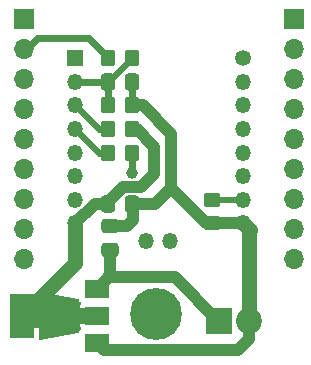
<source format=gtl>
G04 #@! TF.GenerationSoftware,KiCad,Pcbnew,(6.0.2)*
G04 #@! TF.CreationDate,2022-09-29T23:54:57+02:00*
G04 #@! TF.ProjectId,ESPBreakoutBoard-Min-Cutout,45535042-7265-4616-9b6f-7574426f6172,rev?*
G04 #@! TF.SameCoordinates,Original*
G04 #@! TF.FileFunction,Copper,L1,Top*
G04 #@! TF.FilePolarity,Positive*
%FSLAX46Y46*%
G04 Gerber Fmt 4.6, Leading zero omitted, Abs format (unit mm)*
G04 Created by KiCad (PCBNEW (6.0.2)) date 2022-09-29 23:54:57*
%MOMM*%
%LPD*%
G01*
G04 APERTURE LIST*
G04 Aperture macros list*
%AMRoundRect*
0 Rectangle with rounded corners*
0 $1 Rounding radius*
0 $2 $3 $4 $5 $6 $7 $8 $9 X,Y pos of 4 corners*
0 Add a 4 corners polygon primitive as box body*
4,1,4,$2,$3,$4,$5,$6,$7,$8,$9,$2,$3,0*
0 Add four circle primitives for the rounded corners*
1,1,$1+$1,$2,$3*
1,1,$1+$1,$4,$5*
1,1,$1+$1,$6,$7*
1,1,$1+$1,$8,$9*
0 Add four rect primitives between the rounded corners*
20,1,$1+$1,$2,$3,$4,$5,0*
20,1,$1+$1,$4,$5,$6,$7,0*
20,1,$1+$1,$6,$7,$8,$9,0*
20,1,$1+$1,$8,$9,$2,$3,0*%
G04 Aperture macros list end*
G04 #@! TA.AperFunction,SMDPad,CuDef*
%ADD10RoundRect,0.250000X-0.337500X-0.475000X0.337500X-0.475000X0.337500X0.475000X-0.337500X0.475000X0*%
G04 #@! TD*
G04 #@! TA.AperFunction,SMDPad,CuDef*
%ADD11RoundRect,0.249999X-0.450001X0.350001X-0.450001X-0.350001X0.450001X-0.350001X0.450001X0.350001X0*%
G04 #@! TD*
G04 #@! TA.AperFunction,SMDPad,CuDef*
%ADD12RoundRect,0.249999X-0.350001X-0.450001X0.350001X-0.450001X0.350001X0.450001X-0.350001X0.450001X0*%
G04 #@! TD*
G04 #@! TA.AperFunction,SMDPad,CuDef*
%ADD13RoundRect,0.249999X0.350001X0.450001X-0.350001X0.450001X-0.350001X-0.450001X0.350001X-0.450001X0*%
G04 #@! TD*
G04 #@! TA.AperFunction,SMDPad,CuDef*
%ADD14R,2.000000X1.500000*%
G04 #@! TD*
G04 #@! TA.AperFunction,SMDPad,CuDef*
%ADD15R,2.000000X3.800000*%
G04 #@! TD*
G04 #@! TA.AperFunction,ComponentPad*
%ADD16R,2.200000X2.200000*%
G04 #@! TD*
G04 #@! TA.AperFunction,ComponentPad*
%ADD17C,2.200000*%
G04 #@! TD*
G04 #@! TA.AperFunction,SMDPad,CuDef*
%ADD18RoundRect,0.250275X0.474725X-0.337225X0.474725X0.337225X-0.474725X0.337225X-0.474725X-0.337225X0*%
G04 #@! TD*
G04 #@! TA.AperFunction,SMDPad,CuDef*
%ADD19RoundRect,0.250000X0.475000X-0.337500X0.475000X0.337500X-0.475000X0.337500X-0.475000X-0.337500X0*%
G04 #@! TD*
G04 #@! TA.AperFunction,ComponentPad*
%ADD20R,1.350000X1.350000*%
G04 #@! TD*
G04 #@! TA.AperFunction,ComponentPad*
%ADD21O,1.350000X1.350000*%
G04 #@! TD*
G04 #@! TA.AperFunction,ComponentPad*
%ADD22C,1.350000*%
G04 #@! TD*
G04 #@! TA.AperFunction,ComponentPad*
%ADD23R,1.700000X1.700000*%
G04 #@! TD*
G04 #@! TA.AperFunction,ComponentPad*
%ADD24O,1.700000X1.700000*%
G04 #@! TD*
G04 #@! TA.AperFunction,ComponentPad*
%ADD25C,0.700000*%
G04 #@! TD*
G04 #@! TA.AperFunction,ComponentPad*
%ADD26C,4.400000*%
G04 #@! TD*
G04 #@! TA.AperFunction,ViaPad*
%ADD27C,1.000000*%
G04 #@! TD*
G04 #@! TA.AperFunction,Conductor*
%ADD28C,1.000000*%
G04 #@! TD*
G04 #@! TA.AperFunction,Conductor*
%ADD29C,0.600000*%
G04 #@! TD*
G04 #@! TA.AperFunction,Conductor*
%ADD30C,1.300000*%
G04 #@! TD*
G04 #@! TA.AperFunction,Conductor*
%ADD31C,0.500000*%
G04 #@! TD*
G04 APERTURE END LIST*
D10*
X145762500Y-83150000D03*
X147837500Y-83150000D03*
X145762500Y-72800000D03*
X147837500Y-72800000D03*
D11*
X154600000Y-82800000D03*
X154600000Y-84800000D03*
D12*
X145800000Y-70800000D03*
X147800000Y-70800000D03*
X145800000Y-74800000D03*
X147800000Y-74800000D03*
D13*
X147800000Y-78800000D03*
X145800000Y-78800000D03*
X147800000Y-76800000D03*
X145800000Y-76800000D03*
D14*
X144800000Y-94942932D03*
D15*
X138500000Y-92642932D03*
D14*
X144800000Y-92642932D03*
X144800000Y-90342932D03*
D16*
X155200000Y-93100000D03*
D17*
X157740000Y-93100000D03*
D18*
X145900000Y-87087500D03*
D19*
X145900000Y-85012500D03*
D20*
X143000000Y-70800000D03*
D21*
X143000000Y-72800000D03*
X143000000Y-74800000D03*
X143000000Y-76800000D03*
X143000000Y-78800000D03*
X143000000Y-80800000D03*
X143000000Y-82800000D03*
X143000000Y-84800000D03*
X149000000Y-86300000D03*
X151000000Y-86300000D03*
X157200000Y-84800000D03*
X157200000Y-82800000D03*
X157200000Y-80800000D03*
X157200000Y-78800000D03*
X157200000Y-76800000D03*
X157200000Y-74800000D03*
X157200000Y-72800000D03*
D22*
X157200000Y-70800000D03*
D23*
X138620000Y-67450000D03*
D24*
X138620000Y-69990000D03*
X138620000Y-72530000D03*
X138620000Y-75070000D03*
X138620000Y-77610000D03*
X138620000Y-80150000D03*
X138620000Y-82690000D03*
X138620000Y-85230000D03*
X138620000Y-87770000D03*
D23*
X161480000Y-67450000D03*
D24*
X161480000Y-69990000D03*
X161480000Y-72530000D03*
X161480000Y-75070000D03*
X161480000Y-77610000D03*
X161480000Y-80150000D03*
X161480000Y-82690000D03*
X161480000Y-85230000D03*
X161480000Y-87770000D03*
D25*
X150966726Y-93606726D03*
X151450000Y-92440000D03*
X148633274Y-93606726D03*
X150966726Y-91273274D03*
X148150000Y-92440000D03*
X149800000Y-94090000D03*
X148633274Y-91273274D03*
X149800000Y-90790000D03*
D26*
X149800000Y-92440000D03*
D27*
X147800000Y-80500000D03*
D28*
X154600000Y-84800000D02*
X157200000Y-84800000D01*
X148700000Y-74800000D02*
X151100000Y-77200000D01*
X154100000Y-84800000D02*
X154600000Y-84800000D01*
X147850000Y-84500000D02*
X147850000Y-83162500D01*
X157740000Y-94560000D02*
X157740000Y-93100000D01*
X147800000Y-74800000D02*
X147943520Y-74800000D01*
D29*
X147837500Y-74762500D02*
X147800000Y-74800000D01*
D28*
X149750000Y-83150000D02*
X147837500Y-83150000D01*
D30*
X157740000Y-93100000D02*
X157740000Y-85360000D01*
X157750000Y-85350000D02*
X157740000Y-85360000D01*
X157200000Y-84800000D02*
X157750000Y-85350000D01*
D28*
X151100000Y-77200000D02*
X151100000Y-81800000D01*
D29*
X147837500Y-72800000D02*
X147837500Y-74762500D01*
D28*
X151100000Y-81800000D02*
X149750000Y-83150000D01*
X147800000Y-74800000D02*
X148700000Y-74800000D01*
X156750000Y-95550000D02*
X157740000Y-94560000D01*
X145900000Y-85012500D02*
X147337500Y-85012500D01*
X144800000Y-94942932D02*
X145407068Y-95550000D01*
X151100000Y-81800000D02*
X154100000Y-84800000D01*
X147337500Y-85012500D02*
X147850000Y-84500000D01*
X145407068Y-95550000D02*
X156750000Y-95550000D01*
X148200000Y-76800000D02*
X149700000Y-78300000D01*
X149700000Y-80593784D02*
X148568304Y-81725480D01*
X145762500Y-83150000D02*
X144650000Y-83150000D01*
D30*
X143000000Y-84800000D02*
X143000000Y-88142932D01*
D28*
X147800000Y-76800000D02*
X148200000Y-76800000D01*
X148568304Y-81725480D02*
X147024520Y-81725480D01*
X149700000Y-78300000D02*
X149700000Y-80593784D01*
X144650000Y-83150000D02*
X143000000Y-84800000D01*
X145762500Y-82987500D02*
X145762500Y-83150000D01*
X147024520Y-81725480D02*
X145762500Y-82987500D01*
D30*
X143000000Y-88142932D02*
X138500000Y-92642932D01*
D28*
X145762500Y-89342932D02*
X145762500Y-89380432D01*
X145750000Y-89330432D02*
X145762500Y-89342932D01*
X145900000Y-87087500D02*
X145900000Y-89180432D01*
X145900000Y-89180432D02*
X145750000Y-89330432D01*
X145762500Y-89380432D02*
X144800000Y-90342932D01*
X151400000Y-89342932D02*
X155200000Y-93142932D01*
X145762500Y-89342932D02*
X151400000Y-89342932D01*
D29*
X145000000Y-76800000D02*
X143000000Y-74800000D01*
X145800000Y-76800000D02*
X145000000Y-76800000D01*
X145762500Y-74762500D02*
X145800000Y-74800000D01*
X145762500Y-72800000D02*
X143000000Y-72800000D01*
X145800000Y-72800000D02*
X147800000Y-70800000D01*
X145762500Y-72800000D02*
X145800000Y-72800000D01*
X145762500Y-72800000D02*
X145762500Y-74762500D01*
X138620000Y-69990000D02*
X138900000Y-69990000D01*
X138900000Y-69990000D02*
X139749999Y-69140001D01*
X144140001Y-69140001D02*
X145800000Y-70800000D01*
X139749999Y-69140001D02*
X144140001Y-69140001D01*
X145800000Y-78800000D02*
X145000000Y-78800000D01*
X145000000Y-78800000D02*
X143000000Y-76800000D01*
X147800000Y-80500000D02*
X147800000Y-78800000D01*
D31*
X157200000Y-82800000D02*
X154600000Y-82800000D01*
G04 #@! TA.AperFunction,Conductor*
G36*
X143226575Y-91186672D02*
G01*
X143289993Y-91218580D01*
X143321927Y-91266393D01*
X143349385Y-91339637D01*
X143436739Y-91456193D01*
X143455170Y-91470006D01*
X143497683Y-91526865D01*
X143502708Y-91597684D01*
X143481537Y-91644895D01*
X143467857Y-91663723D01*
X143419336Y-91758950D01*
X143413284Y-91777577D01*
X143400775Y-91856559D01*
X143400000Y-91866405D01*
X143400000Y-91924817D01*
X143404475Y-91940056D01*
X143405865Y-91941261D01*
X143413548Y-91942932D01*
X145374000Y-91942932D01*
X145442121Y-91962934D01*
X145488614Y-92016590D01*
X145500000Y-92068932D01*
X145500000Y-93216932D01*
X145479998Y-93285053D01*
X145426342Y-93331546D01*
X145374000Y-93342932D01*
X143418116Y-93342932D01*
X143402877Y-93347407D01*
X143401672Y-93348797D01*
X143400001Y-93356480D01*
X143400001Y-93419457D01*
X143400776Y-93429306D01*
X143413283Y-93508283D01*
X143419338Y-93526918D01*
X143467857Y-93622141D01*
X143481537Y-93640969D01*
X143505397Y-93707836D01*
X143489319Y-93776988D01*
X143455170Y-93815857D01*
X143436739Y-93829671D01*
X143349385Y-93946227D01*
X143346233Y-93954635D01*
X143321927Y-94019471D01*
X143279285Y-94076235D01*
X143226572Y-94099193D01*
X140048624Y-94679294D01*
X139978021Y-94671850D01*
X139922649Y-94627415D01*
X139900000Y-94555342D01*
X139900000Y-93661047D01*
X139895525Y-93645808D01*
X139894135Y-93644603D01*
X139886452Y-93642932D01*
X137626000Y-93642932D01*
X137557879Y-93622930D01*
X137511386Y-93569274D01*
X137500000Y-93516932D01*
X137500000Y-91768932D01*
X137520002Y-91700811D01*
X137573658Y-91654318D01*
X137626000Y-91642932D01*
X139881884Y-91642932D01*
X139897123Y-91638457D01*
X139898328Y-91637067D01*
X139899999Y-91629384D01*
X139899999Y-90730521D01*
X139920001Y-90662400D01*
X139973657Y-90615907D01*
X140048620Y-90606570D01*
X143226575Y-91186672D01*
G37*
G04 #@! TD.AperFunction*
M02*

</source>
